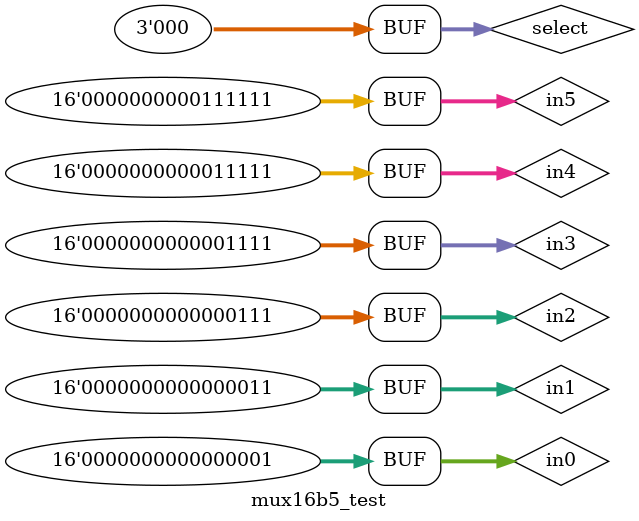
<source format=v>
`timescale 1ns / 1ps


module mux16b5_test;

	// Inputs
	reg [15:0] in0;
	reg [15:0] in1;
	reg [15:0] in2;
	reg [15:0] in3;
	reg [15:0] in4;
	reg [15:0] in5;
	reg [2:0] select;

	// Outputs
	wire [15:0] out;

	// Instantiate the Unit Under Test (UUT)
	mux16b5 uut (
		.in0(in0), 
		.in1(in1), 
		.in2(in2), 
		.in3(in3), 
		.in4(in4), 
		.in5(in5), 
		.out(out), 
		.select(select)
	);

	initial begin
		// Initialize Inputs
		in0 = 0;
		in1 = 0;
		in2 = 0;
		in3 = 0;
		in4 = 0;
		in5 = 0;
		select = 0;

		// Wait 100 ns for global reset to finish
		#100;
        
		// Add stimulus here
		in0 = 1;
		in1 = 3;
		in2 = 7;
		in3 = 15;
		in4 = 31;
		in5 = 63;
		// Testing different set signals
		
		// set = 0
		#20
		select = 1;
		#20
		select = 2;
		#20
		select = 3;
		#20
		select = 4;
		#20
		select = 5;
		#20
		// Should do nothing.
		select = 6;
		#20;
		// End test
		select = 0;
		#20;

	end
      
endmodule


</source>
